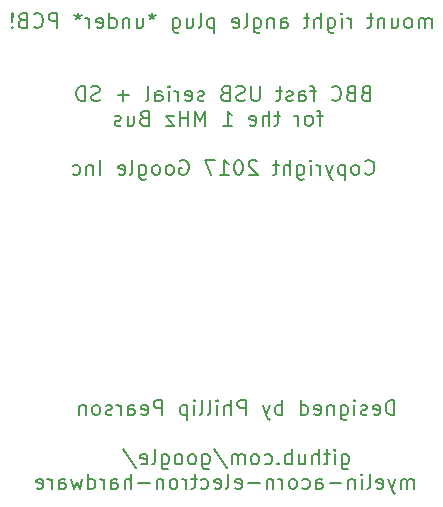
<source format=gbo>
G04 #@! TF.FileFunction,Legend,Bot*
%FSLAX46Y46*%
G04 Gerber Fmt 4.6, Leading zero omitted, Abs format (unit mm)*
G04 Created by KiCad (PCBNEW 4.0.6) date Saturday, October 28, 2017 'PMt' 05:19:06 PM*
%MOMM*%
%LPD*%
G01*
G04 APERTURE LIST*
%ADD10C,0.100000*%
%ADD11C,0.177800*%
G04 APERTURE END LIST*
D10*
D11*
X87844523Y-47035086D02*
X87663094Y-47095562D01*
X87602618Y-47156038D01*
X87542142Y-47276990D01*
X87542142Y-47458419D01*
X87602618Y-47579371D01*
X87663094Y-47639848D01*
X87784047Y-47700324D01*
X88267856Y-47700324D01*
X88267856Y-46430324D01*
X87844523Y-46430324D01*
X87723570Y-46490800D01*
X87663094Y-46551276D01*
X87602618Y-46672229D01*
X87602618Y-46793181D01*
X87663094Y-46914133D01*
X87723570Y-46974610D01*
X87844523Y-47035086D01*
X88267856Y-47035086D01*
X86574523Y-47035086D02*
X86393094Y-47095562D01*
X86332618Y-47156038D01*
X86272142Y-47276990D01*
X86272142Y-47458419D01*
X86332618Y-47579371D01*
X86393094Y-47639848D01*
X86514047Y-47700324D01*
X86997856Y-47700324D01*
X86997856Y-46430324D01*
X86574523Y-46430324D01*
X86453570Y-46490800D01*
X86393094Y-46551276D01*
X86332618Y-46672229D01*
X86332618Y-46793181D01*
X86393094Y-46914133D01*
X86453570Y-46974610D01*
X86574523Y-47035086D01*
X86997856Y-47035086D01*
X85002142Y-47579371D02*
X85062618Y-47639848D01*
X85244047Y-47700324D01*
X85364999Y-47700324D01*
X85546427Y-47639848D01*
X85667380Y-47518895D01*
X85727856Y-47397943D01*
X85788332Y-47156038D01*
X85788332Y-46974610D01*
X85727856Y-46732705D01*
X85667380Y-46611752D01*
X85546427Y-46490800D01*
X85364999Y-46430324D01*
X85244047Y-46430324D01*
X85062618Y-46490800D01*
X85002142Y-46551276D01*
X83671666Y-46853657D02*
X83187856Y-46853657D01*
X83490237Y-47700324D02*
X83490237Y-46611752D01*
X83429761Y-46490800D01*
X83308808Y-46430324D01*
X83187856Y-46430324D01*
X82220237Y-47700324D02*
X82220237Y-47035086D01*
X82280714Y-46914133D01*
X82401666Y-46853657D01*
X82643571Y-46853657D01*
X82764523Y-46914133D01*
X82220237Y-47639848D02*
X82341190Y-47700324D01*
X82643571Y-47700324D01*
X82764523Y-47639848D01*
X82824999Y-47518895D01*
X82824999Y-47397943D01*
X82764523Y-47276990D01*
X82643571Y-47216514D01*
X82341190Y-47216514D01*
X82220237Y-47156038D01*
X81675951Y-47639848D02*
X81554999Y-47700324D01*
X81313094Y-47700324D01*
X81192142Y-47639848D01*
X81131666Y-47518895D01*
X81131666Y-47458419D01*
X81192142Y-47337467D01*
X81313094Y-47276990D01*
X81494523Y-47276990D01*
X81615475Y-47216514D01*
X81675951Y-47095562D01*
X81675951Y-47035086D01*
X81615475Y-46914133D01*
X81494523Y-46853657D01*
X81313094Y-46853657D01*
X81192142Y-46914133D01*
X80768809Y-46853657D02*
X80284999Y-46853657D01*
X80587380Y-46430324D02*
X80587380Y-47518895D01*
X80526904Y-47639848D01*
X80405951Y-47700324D01*
X80284999Y-47700324D01*
X78894047Y-46430324D02*
X78894047Y-47458419D01*
X78833571Y-47579371D01*
X78773095Y-47639848D01*
X78652142Y-47700324D01*
X78410238Y-47700324D01*
X78289285Y-47639848D01*
X78228809Y-47579371D01*
X78168333Y-47458419D01*
X78168333Y-46430324D01*
X77624047Y-47639848D02*
X77442619Y-47700324D01*
X77140238Y-47700324D01*
X77019285Y-47639848D01*
X76958809Y-47579371D01*
X76898333Y-47458419D01*
X76898333Y-47337467D01*
X76958809Y-47216514D01*
X77019285Y-47156038D01*
X77140238Y-47095562D01*
X77382142Y-47035086D01*
X77503095Y-46974610D01*
X77563571Y-46914133D01*
X77624047Y-46793181D01*
X77624047Y-46672229D01*
X77563571Y-46551276D01*
X77503095Y-46490800D01*
X77382142Y-46430324D01*
X77079762Y-46430324D01*
X76898333Y-46490800D01*
X75930714Y-47035086D02*
X75749285Y-47095562D01*
X75688809Y-47156038D01*
X75628333Y-47276990D01*
X75628333Y-47458419D01*
X75688809Y-47579371D01*
X75749285Y-47639848D01*
X75870238Y-47700324D01*
X76354047Y-47700324D01*
X76354047Y-46430324D01*
X75930714Y-46430324D01*
X75809761Y-46490800D01*
X75749285Y-46551276D01*
X75688809Y-46672229D01*
X75688809Y-46793181D01*
X75749285Y-46914133D01*
X75809761Y-46974610D01*
X75930714Y-47035086D01*
X76354047Y-47035086D01*
X74176904Y-47639848D02*
X74055952Y-47700324D01*
X73814047Y-47700324D01*
X73693095Y-47639848D01*
X73632619Y-47518895D01*
X73632619Y-47458419D01*
X73693095Y-47337467D01*
X73814047Y-47276990D01*
X73995476Y-47276990D01*
X74116428Y-47216514D01*
X74176904Y-47095562D01*
X74176904Y-47035086D01*
X74116428Y-46914133D01*
X73995476Y-46853657D01*
X73814047Y-46853657D01*
X73693095Y-46914133D01*
X72604524Y-47639848D02*
X72725476Y-47700324D01*
X72967381Y-47700324D01*
X73088333Y-47639848D01*
X73148809Y-47518895D01*
X73148809Y-47035086D01*
X73088333Y-46914133D01*
X72967381Y-46853657D01*
X72725476Y-46853657D01*
X72604524Y-46914133D01*
X72544047Y-47035086D01*
X72544047Y-47156038D01*
X73148809Y-47276990D01*
X71999762Y-47700324D02*
X71999762Y-46853657D01*
X71999762Y-47095562D02*
X71939286Y-46974610D01*
X71878810Y-46914133D01*
X71757857Y-46853657D01*
X71636905Y-46853657D01*
X71213572Y-47700324D02*
X71213572Y-46853657D01*
X71213572Y-46430324D02*
X71274048Y-46490800D01*
X71213572Y-46551276D01*
X71153096Y-46490800D01*
X71213572Y-46430324D01*
X71213572Y-46551276D01*
X70064524Y-47700324D02*
X70064524Y-47035086D01*
X70125001Y-46914133D01*
X70245953Y-46853657D01*
X70487858Y-46853657D01*
X70608810Y-46914133D01*
X70064524Y-47639848D02*
X70185477Y-47700324D01*
X70487858Y-47700324D01*
X70608810Y-47639848D01*
X70669286Y-47518895D01*
X70669286Y-47397943D01*
X70608810Y-47276990D01*
X70487858Y-47216514D01*
X70185477Y-47216514D01*
X70064524Y-47156038D01*
X69278333Y-47700324D02*
X69399286Y-47639848D01*
X69459762Y-47518895D01*
X69459762Y-46430324D01*
X67826905Y-47216514D02*
X66859286Y-47216514D01*
X67343096Y-47700324D02*
X67343096Y-46732705D01*
X65347381Y-47639848D02*
X65165953Y-47700324D01*
X64863572Y-47700324D01*
X64742619Y-47639848D01*
X64682143Y-47579371D01*
X64621667Y-47458419D01*
X64621667Y-47337467D01*
X64682143Y-47216514D01*
X64742619Y-47156038D01*
X64863572Y-47095562D01*
X65105476Y-47035086D01*
X65226429Y-46974610D01*
X65286905Y-46914133D01*
X65347381Y-46793181D01*
X65347381Y-46672229D01*
X65286905Y-46551276D01*
X65226429Y-46490800D01*
X65105476Y-46430324D01*
X64803096Y-46430324D01*
X64621667Y-46490800D01*
X64077381Y-47700324D02*
X64077381Y-46430324D01*
X63775000Y-46430324D01*
X63593572Y-46490800D01*
X63472619Y-46611752D01*
X63412143Y-46732705D01*
X63351667Y-46974610D01*
X63351667Y-47156038D01*
X63412143Y-47397943D01*
X63472619Y-47518895D01*
X63593572Y-47639848D01*
X63775000Y-47700324D01*
X64077381Y-47700324D01*
X84215952Y-48936457D02*
X83732142Y-48936457D01*
X84034523Y-49783124D02*
X84034523Y-48694552D01*
X83974047Y-48573600D01*
X83853094Y-48513124D01*
X83732142Y-48513124D01*
X83127380Y-49783124D02*
X83248333Y-49722648D01*
X83308809Y-49662171D01*
X83369285Y-49541219D01*
X83369285Y-49178362D01*
X83308809Y-49057410D01*
X83248333Y-48996933D01*
X83127380Y-48936457D01*
X82945952Y-48936457D01*
X82825000Y-48996933D01*
X82764523Y-49057410D01*
X82704047Y-49178362D01*
X82704047Y-49541219D01*
X82764523Y-49662171D01*
X82825000Y-49722648D01*
X82945952Y-49783124D01*
X83127380Y-49783124D01*
X82159761Y-49783124D02*
X82159761Y-48936457D01*
X82159761Y-49178362D02*
X82099285Y-49057410D01*
X82038809Y-48996933D01*
X81917856Y-48936457D01*
X81796904Y-48936457D01*
X80587381Y-48936457D02*
X80103571Y-48936457D01*
X80405952Y-48513124D02*
X80405952Y-49601695D01*
X80345476Y-49722648D01*
X80224523Y-49783124D01*
X80103571Y-49783124D01*
X79680238Y-49783124D02*
X79680238Y-48513124D01*
X79135952Y-49783124D02*
X79135952Y-49117886D01*
X79196429Y-48996933D01*
X79317381Y-48936457D01*
X79498809Y-48936457D01*
X79619762Y-48996933D01*
X79680238Y-49057410D01*
X78047381Y-49722648D02*
X78168333Y-49783124D01*
X78410238Y-49783124D01*
X78531190Y-49722648D01*
X78591666Y-49601695D01*
X78591666Y-49117886D01*
X78531190Y-48996933D01*
X78410238Y-48936457D01*
X78168333Y-48936457D01*
X78047381Y-48996933D01*
X77986904Y-49117886D01*
X77986904Y-49238838D01*
X78591666Y-49359790D01*
X75809762Y-49783124D02*
X76535476Y-49783124D01*
X76172619Y-49783124D02*
X76172619Y-48513124D01*
X76293571Y-48694552D01*
X76414524Y-48815505D01*
X76535476Y-48875981D01*
X74297857Y-49783124D02*
X74297857Y-48513124D01*
X73874524Y-49420267D01*
X73451190Y-48513124D01*
X73451190Y-49783124D01*
X72846428Y-49783124D02*
X72846428Y-48513124D01*
X72846428Y-49117886D02*
X72120714Y-49117886D01*
X72120714Y-49783124D02*
X72120714Y-48513124D01*
X71636904Y-48936457D02*
X70971666Y-48936457D01*
X71636904Y-49783124D01*
X70971666Y-49783124D01*
X69096905Y-49117886D02*
X68915476Y-49178362D01*
X68855000Y-49238838D01*
X68794524Y-49359790D01*
X68794524Y-49541219D01*
X68855000Y-49662171D01*
X68915476Y-49722648D01*
X69036429Y-49783124D01*
X69520238Y-49783124D01*
X69520238Y-48513124D01*
X69096905Y-48513124D01*
X68975952Y-48573600D01*
X68915476Y-48634076D01*
X68855000Y-48755029D01*
X68855000Y-48875981D01*
X68915476Y-48996933D01*
X68975952Y-49057410D01*
X69096905Y-49117886D01*
X69520238Y-49117886D01*
X67705952Y-48936457D02*
X67705952Y-49783124D01*
X68250238Y-48936457D02*
X68250238Y-49601695D01*
X68189762Y-49722648D01*
X68068809Y-49783124D01*
X67887381Y-49783124D01*
X67766429Y-49722648D01*
X67705952Y-49662171D01*
X67161666Y-49722648D02*
X67040714Y-49783124D01*
X66798809Y-49783124D01*
X66677857Y-49722648D01*
X66617381Y-49601695D01*
X66617381Y-49541219D01*
X66677857Y-49420267D01*
X66798809Y-49359790D01*
X66980238Y-49359790D01*
X67101190Y-49299314D01*
X67161666Y-49178362D01*
X67161666Y-49117886D01*
X67101190Y-48996933D01*
X66980238Y-48936457D01*
X66798809Y-48936457D01*
X66677857Y-48996933D01*
X87814287Y-53827771D02*
X87874763Y-53888248D01*
X88056192Y-53948724D01*
X88177144Y-53948724D01*
X88358572Y-53888248D01*
X88479525Y-53767295D01*
X88540001Y-53646343D01*
X88600477Y-53404438D01*
X88600477Y-53223010D01*
X88540001Y-52981105D01*
X88479525Y-52860152D01*
X88358572Y-52739200D01*
X88177144Y-52678724D01*
X88056192Y-52678724D01*
X87874763Y-52739200D01*
X87814287Y-52799676D01*
X87088572Y-53948724D02*
X87209525Y-53888248D01*
X87270001Y-53827771D01*
X87330477Y-53706819D01*
X87330477Y-53343962D01*
X87270001Y-53223010D01*
X87209525Y-53162533D01*
X87088572Y-53102057D01*
X86907144Y-53102057D01*
X86786192Y-53162533D01*
X86725715Y-53223010D01*
X86665239Y-53343962D01*
X86665239Y-53706819D01*
X86725715Y-53827771D01*
X86786192Y-53888248D01*
X86907144Y-53948724D01*
X87088572Y-53948724D01*
X86120953Y-53102057D02*
X86120953Y-54372057D01*
X86120953Y-53162533D02*
X86000001Y-53102057D01*
X85758096Y-53102057D01*
X85637144Y-53162533D01*
X85576667Y-53223010D01*
X85516191Y-53343962D01*
X85516191Y-53706819D01*
X85576667Y-53827771D01*
X85637144Y-53888248D01*
X85758096Y-53948724D01*
X86000001Y-53948724D01*
X86120953Y-53888248D01*
X85092857Y-53102057D02*
X84790476Y-53948724D01*
X84488096Y-53102057D02*
X84790476Y-53948724D01*
X84911429Y-54251105D01*
X84971905Y-54311581D01*
X85092857Y-54372057D01*
X84004286Y-53948724D02*
X84004286Y-53102057D01*
X84004286Y-53343962D02*
X83943810Y-53223010D01*
X83883334Y-53162533D01*
X83762381Y-53102057D01*
X83641429Y-53102057D01*
X83218096Y-53948724D02*
X83218096Y-53102057D01*
X83218096Y-52678724D02*
X83278572Y-52739200D01*
X83218096Y-52799676D01*
X83157620Y-52739200D01*
X83218096Y-52678724D01*
X83218096Y-52799676D01*
X82069048Y-53102057D02*
X82069048Y-54130152D01*
X82129525Y-54251105D01*
X82190001Y-54311581D01*
X82310953Y-54372057D01*
X82492382Y-54372057D01*
X82613334Y-54311581D01*
X82069048Y-53888248D02*
X82190001Y-53948724D01*
X82431905Y-53948724D01*
X82552858Y-53888248D01*
X82613334Y-53827771D01*
X82673810Y-53706819D01*
X82673810Y-53343962D01*
X82613334Y-53223010D01*
X82552858Y-53162533D01*
X82431905Y-53102057D01*
X82190001Y-53102057D01*
X82069048Y-53162533D01*
X81464286Y-53948724D02*
X81464286Y-52678724D01*
X80920000Y-53948724D02*
X80920000Y-53283486D01*
X80980477Y-53162533D01*
X81101429Y-53102057D01*
X81282857Y-53102057D01*
X81403810Y-53162533D01*
X81464286Y-53223010D01*
X80496667Y-53102057D02*
X80012857Y-53102057D01*
X80315238Y-52678724D02*
X80315238Y-53767295D01*
X80254762Y-53888248D01*
X80133809Y-53948724D01*
X80012857Y-53948724D01*
X78682381Y-52799676D02*
X78621905Y-52739200D01*
X78500953Y-52678724D01*
X78198572Y-52678724D01*
X78077619Y-52739200D01*
X78017143Y-52799676D01*
X77956667Y-52920629D01*
X77956667Y-53041581D01*
X78017143Y-53223010D01*
X78742857Y-53948724D01*
X77956667Y-53948724D01*
X77170476Y-52678724D02*
X77049524Y-52678724D01*
X76928572Y-52739200D01*
X76868095Y-52799676D01*
X76807619Y-52920629D01*
X76747143Y-53162533D01*
X76747143Y-53464914D01*
X76807619Y-53706819D01*
X76868095Y-53827771D01*
X76928572Y-53888248D01*
X77049524Y-53948724D01*
X77170476Y-53948724D01*
X77291429Y-53888248D01*
X77351905Y-53827771D01*
X77412381Y-53706819D01*
X77472857Y-53464914D01*
X77472857Y-53162533D01*
X77412381Y-52920629D01*
X77351905Y-52799676D01*
X77291429Y-52739200D01*
X77170476Y-52678724D01*
X75537619Y-53948724D02*
X76263333Y-53948724D01*
X75900476Y-53948724D02*
X75900476Y-52678724D01*
X76021428Y-52860152D01*
X76142381Y-52981105D01*
X76263333Y-53041581D01*
X75114285Y-52678724D02*
X74267619Y-52678724D01*
X74811904Y-53948724D01*
X72150952Y-52739200D02*
X72271904Y-52678724D01*
X72453333Y-52678724D01*
X72634761Y-52739200D01*
X72755714Y-52860152D01*
X72816190Y-52981105D01*
X72876666Y-53223010D01*
X72876666Y-53404438D01*
X72816190Y-53646343D01*
X72755714Y-53767295D01*
X72634761Y-53888248D01*
X72453333Y-53948724D01*
X72332381Y-53948724D01*
X72150952Y-53888248D01*
X72090476Y-53827771D01*
X72090476Y-53404438D01*
X72332381Y-53404438D01*
X71364761Y-53948724D02*
X71485714Y-53888248D01*
X71546190Y-53827771D01*
X71606666Y-53706819D01*
X71606666Y-53343962D01*
X71546190Y-53223010D01*
X71485714Y-53162533D01*
X71364761Y-53102057D01*
X71183333Y-53102057D01*
X71062381Y-53162533D01*
X71001904Y-53223010D01*
X70941428Y-53343962D01*
X70941428Y-53706819D01*
X71001904Y-53827771D01*
X71062381Y-53888248D01*
X71183333Y-53948724D01*
X71364761Y-53948724D01*
X70215713Y-53948724D02*
X70336666Y-53888248D01*
X70397142Y-53827771D01*
X70457618Y-53706819D01*
X70457618Y-53343962D01*
X70397142Y-53223010D01*
X70336666Y-53162533D01*
X70215713Y-53102057D01*
X70034285Y-53102057D01*
X69913333Y-53162533D01*
X69852856Y-53223010D01*
X69792380Y-53343962D01*
X69792380Y-53706819D01*
X69852856Y-53827771D01*
X69913333Y-53888248D01*
X70034285Y-53948724D01*
X70215713Y-53948724D01*
X68703808Y-53102057D02*
X68703808Y-54130152D01*
X68764285Y-54251105D01*
X68824761Y-54311581D01*
X68945713Y-54372057D01*
X69127142Y-54372057D01*
X69248094Y-54311581D01*
X68703808Y-53888248D02*
X68824761Y-53948724D01*
X69066665Y-53948724D01*
X69187618Y-53888248D01*
X69248094Y-53827771D01*
X69308570Y-53706819D01*
X69308570Y-53343962D01*
X69248094Y-53223010D01*
X69187618Y-53162533D01*
X69066665Y-53102057D01*
X68824761Y-53102057D01*
X68703808Y-53162533D01*
X67917617Y-53948724D02*
X68038570Y-53888248D01*
X68099046Y-53767295D01*
X68099046Y-52678724D01*
X66949999Y-53888248D02*
X67070951Y-53948724D01*
X67312856Y-53948724D01*
X67433808Y-53888248D01*
X67494284Y-53767295D01*
X67494284Y-53283486D01*
X67433808Y-53162533D01*
X67312856Y-53102057D01*
X67070951Y-53102057D01*
X66949999Y-53162533D01*
X66889522Y-53283486D01*
X66889522Y-53404438D01*
X67494284Y-53525390D01*
X65377618Y-53948724D02*
X65377618Y-52678724D01*
X64772856Y-53102057D02*
X64772856Y-53948724D01*
X64772856Y-53223010D02*
X64712380Y-53162533D01*
X64591427Y-53102057D01*
X64409999Y-53102057D01*
X64289047Y-53162533D01*
X64228570Y-53283486D01*
X64228570Y-53948724D01*
X63079522Y-53888248D02*
X63200475Y-53948724D01*
X63442379Y-53948724D01*
X63563332Y-53888248D01*
X63623808Y-53827771D01*
X63684284Y-53706819D01*
X63684284Y-53343962D01*
X63623808Y-53223010D01*
X63563332Y-53162533D01*
X63442379Y-53102057D01*
X63200475Y-53102057D01*
X63079522Y-53162533D01*
X90285000Y-74290324D02*
X90285000Y-73020324D01*
X89982619Y-73020324D01*
X89801191Y-73080800D01*
X89680238Y-73201752D01*
X89619762Y-73322705D01*
X89559286Y-73564610D01*
X89559286Y-73746038D01*
X89619762Y-73987943D01*
X89680238Y-74108895D01*
X89801191Y-74229848D01*
X89982619Y-74290324D01*
X90285000Y-74290324D01*
X88531191Y-74229848D02*
X88652143Y-74290324D01*
X88894048Y-74290324D01*
X89015000Y-74229848D01*
X89075476Y-74108895D01*
X89075476Y-73625086D01*
X89015000Y-73504133D01*
X88894048Y-73443657D01*
X88652143Y-73443657D01*
X88531191Y-73504133D01*
X88470714Y-73625086D01*
X88470714Y-73746038D01*
X89075476Y-73866990D01*
X87986905Y-74229848D02*
X87865953Y-74290324D01*
X87624048Y-74290324D01*
X87503096Y-74229848D01*
X87442620Y-74108895D01*
X87442620Y-74048419D01*
X87503096Y-73927467D01*
X87624048Y-73866990D01*
X87805477Y-73866990D01*
X87926429Y-73806514D01*
X87986905Y-73685562D01*
X87986905Y-73625086D01*
X87926429Y-73504133D01*
X87805477Y-73443657D01*
X87624048Y-73443657D01*
X87503096Y-73504133D01*
X86898334Y-74290324D02*
X86898334Y-73443657D01*
X86898334Y-73020324D02*
X86958810Y-73080800D01*
X86898334Y-73141276D01*
X86837858Y-73080800D01*
X86898334Y-73020324D01*
X86898334Y-73141276D01*
X85749286Y-73443657D02*
X85749286Y-74471752D01*
X85809763Y-74592705D01*
X85870239Y-74653181D01*
X85991191Y-74713657D01*
X86172620Y-74713657D01*
X86293572Y-74653181D01*
X85749286Y-74229848D02*
X85870239Y-74290324D01*
X86112143Y-74290324D01*
X86233096Y-74229848D01*
X86293572Y-74169371D01*
X86354048Y-74048419D01*
X86354048Y-73685562D01*
X86293572Y-73564610D01*
X86233096Y-73504133D01*
X86112143Y-73443657D01*
X85870239Y-73443657D01*
X85749286Y-73504133D01*
X85144524Y-73443657D02*
X85144524Y-74290324D01*
X85144524Y-73564610D02*
X85084048Y-73504133D01*
X84963095Y-73443657D01*
X84781667Y-73443657D01*
X84660715Y-73504133D01*
X84600238Y-73625086D01*
X84600238Y-74290324D01*
X83511667Y-74229848D02*
X83632619Y-74290324D01*
X83874524Y-74290324D01*
X83995476Y-74229848D01*
X84055952Y-74108895D01*
X84055952Y-73625086D01*
X83995476Y-73504133D01*
X83874524Y-73443657D01*
X83632619Y-73443657D01*
X83511667Y-73504133D01*
X83451190Y-73625086D01*
X83451190Y-73746038D01*
X84055952Y-73866990D01*
X82362619Y-74290324D02*
X82362619Y-73020324D01*
X82362619Y-74229848D02*
X82483572Y-74290324D01*
X82725476Y-74290324D01*
X82846429Y-74229848D01*
X82906905Y-74169371D01*
X82967381Y-74048419D01*
X82967381Y-73685562D01*
X82906905Y-73564610D01*
X82846429Y-73504133D01*
X82725476Y-73443657D01*
X82483572Y-73443657D01*
X82362619Y-73504133D01*
X80790238Y-74290324D02*
X80790238Y-73020324D01*
X80790238Y-73504133D02*
X80669286Y-73443657D01*
X80427381Y-73443657D01*
X80306429Y-73504133D01*
X80245952Y-73564610D01*
X80185476Y-73685562D01*
X80185476Y-74048419D01*
X80245952Y-74169371D01*
X80306429Y-74229848D01*
X80427381Y-74290324D01*
X80669286Y-74290324D01*
X80790238Y-74229848D01*
X79762142Y-73443657D02*
X79459761Y-74290324D01*
X79157381Y-73443657D02*
X79459761Y-74290324D01*
X79580714Y-74592705D01*
X79641190Y-74653181D01*
X79762142Y-74713657D01*
X77705952Y-74290324D02*
X77705952Y-73020324D01*
X77222143Y-73020324D01*
X77101190Y-73080800D01*
X77040714Y-73141276D01*
X76980238Y-73262229D01*
X76980238Y-73443657D01*
X77040714Y-73564610D01*
X77101190Y-73625086D01*
X77222143Y-73685562D01*
X77705952Y-73685562D01*
X76435952Y-74290324D02*
X76435952Y-73020324D01*
X75891666Y-74290324D02*
X75891666Y-73625086D01*
X75952143Y-73504133D01*
X76073095Y-73443657D01*
X76254523Y-73443657D01*
X76375476Y-73504133D01*
X76435952Y-73564610D01*
X75286904Y-74290324D02*
X75286904Y-73443657D01*
X75286904Y-73020324D02*
X75347380Y-73080800D01*
X75286904Y-73141276D01*
X75226428Y-73080800D01*
X75286904Y-73020324D01*
X75286904Y-73141276D01*
X74500713Y-74290324D02*
X74621666Y-74229848D01*
X74682142Y-74108895D01*
X74682142Y-73020324D01*
X73835475Y-74290324D02*
X73956428Y-74229848D01*
X74016904Y-74108895D01*
X74016904Y-73020324D01*
X73351666Y-74290324D02*
X73351666Y-73443657D01*
X73351666Y-73020324D02*
X73412142Y-73080800D01*
X73351666Y-73141276D01*
X73291190Y-73080800D01*
X73351666Y-73020324D01*
X73351666Y-73141276D01*
X72746904Y-73443657D02*
X72746904Y-74713657D01*
X72746904Y-73504133D02*
X72625952Y-73443657D01*
X72384047Y-73443657D01*
X72263095Y-73504133D01*
X72202618Y-73564610D01*
X72142142Y-73685562D01*
X72142142Y-74048419D01*
X72202618Y-74169371D01*
X72263095Y-74229848D01*
X72384047Y-74290324D01*
X72625952Y-74290324D01*
X72746904Y-74229848D01*
X70630237Y-74290324D02*
X70630237Y-73020324D01*
X70146428Y-73020324D01*
X70025475Y-73080800D01*
X69964999Y-73141276D01*
X69904523Y-73262229D01*
X69904523Y-73443657D01*
X69964999Y-73564610D01*
X70025475Y-73625086D01*
X70146428Y-73685562D01*
X70630237Y-73685562D01*
X68876428Y-74229848D02*
X68997380Y-74290324D01*
X69239285Y-74290324D01*
X69360237Y-74229848D01*
X69420713Y-74108895D01*
X69420713Y-73625086D01*
X69360237Y-73504133D01*
X69239285Y-73443657D01*
X68997380Y-73443657D01*
X68876428Y-73504133D01*
X68815951Y-73625086D01*
X68815951Y-73746038D01*
X69420713Y-73866990D01*
X67727380Y-74290324D02*
X67727380Y-73625086D01*
X67787857Y-73504133D01*
X67908809Y-73443657D01*
X68150714Y-73443657D01*
X68271666Y-73504133D01*
X67727380Y-74229848D02*
X67848333Y-74290324D01*
X68150714Y-74290324D01*
X68271666Y-74229848D01*
X68332142Y-74108895D01*
X68332142Y-73987943D01*
X68271666Y-73866990D01*
X68150714Y-73806514D01*
X67848333Y-73806514D01*
X67727380Y-73746038D01*
X67122618Y-74290324D02*
X67122618Y-73443657D01*
X67122618Y-73685562D02*
X67062142Y-73564610D01*
X67001666Y-73504133D01*
X66880713Y-73443657D01*
X66759761Y-73443657D01*
X66396904Y-74229848D02*
X66275952Y-74290324D01*
X66034047Y-74290324D01*
X65913095Y-74229848D01*
X65852619Y-74108895D01*
X65852619Y-74048419D01*
X65913095Y-73927467D01*
X66034047Y-73866990D01*
X66215476Y-73866990D01*
X66336428Y-73806514D01*
X66396904Y-73685562D01*
X66396904Y-73625086D01*
X66336428Y-73504133D01*
X66215476Y-73443657D01*
X66034047Y-73443657D01*
X65913095Y-73504133D01*
X65126904Y-74290324D02*
X65247857Y-74229848D01*
X65308333Y-74169371D01*
X65368809Y-74048419D01*
X65368809Y-73685562D01*
X65308333Y-73564610D01*
X65247857Y-73504133D01*
X65126904Y-73443657D01*
X64945476Y-73443657D01*
X64824524Y-73504133D01*
X64764047Y-73564610D01*
X64703571Y-73685562D01*
X64703571Y-74048419D01*
X64764047Y-74169371D01*
X64824524Y-74229848D01*
X64945476Y-74290324D01*
X65126904Y-74290324D01*
X64159285Y-73443657D02*
X64159285Y-74290324D01*
X64159285Y-73564610D02*
X64098809Y-73504133D01*
X63977856Y-73443657D01*
X63796428Y-73443657D01*
X63675476Y-73504133D01*
X63614999Y-73625086D01*
X63614999Y-74290324D01*
X85840000Y-77609257D02*
X85840000Y-78637352D01*
X85900477Y-78758305D01*
X85960953Y-78818781D01*
X86081905Y-78879257D01*
X86263334Y-78879257D01*
X86384286Y-78818781D01*
X85840000Y-78395448D02*
X85960953Y-78455924D01*
X86202857Y-78455924D01*
X86323810Y-78395448D01*
X86384286Y-78334971D01*
X86444762Y-78214019D01*
X86444762Y-77851162D01*
X86384286Y-77730210D01*
X86323810Y-77669733D01*
X86202857Y-77609257D01*
X85960953Y-77609257D01*
X85840000Y-77669733D01*
X85235238Y-78455924D02*
X85235238Y-77609257D01*
X85235238Y-77185924D02*
X85295714Y-77246400D01*
X85235238Y-77306876D01*
X85174762Y-77246400D01*
X85235238Y-77185924D01*
X85235238Y-77306876D01*
X84811905Y-77609257D02*
X84328095Y-77609257D01*
X84630476Y-77185924D02*
X84630476Y-78274495D01*
X84570000Y-78395448D01*
X84449047Y-78455924D01*
X84328095Y-78455924D01*
X83904762Y-78455924D02*
X83904762Y-77185924D01*
X83360476Y-78455924D02*
X83360476Y-77790686D01*
X83420953Y-77669733D01*
X83541905Y-77609257D01*
X83723333Y-77609257D01*
X83844286Y-77669733D01*
X83904762Y-77730210D01*
X82211428Y-77609257D02*
X82211428Y-78455924D01*
X82755714Y-77609257D02*
X82755714Y-78274495D01*
X82695238Y-78395448D01*
X82574285Y-78455924D01*
X82392857Y-78455924D01*
X82271905Y-78395448D01*
X82211428Y-78334971D01*
X81606666Y-78455924D02*
X81606666Y-77185924D01*
X81606666Y-77669733D02*
X81485714Y-77609257D01*
X81243809Y-77609257D01*
X81122857Y-77669733D01*
X81062380Y-77730210D01*
X81001904Y-77851162D01*
X81001904Y-78214019D01*
X81062380Y-78334971D01*
X81122857Y-78395448D01*
X81243809Y-78455924D01*
X81485714Y-78455924D01*
X81606666Y-78395448D01*
X80457618Y-78334971D02*
X80397142Y-78395448D01*
X80457618Y-78455924D01*
X80518094Y-78395448D01*
X80457618Y-78334971D01*
X80457618Y-78455924D01*
X79308570Y-78395448D02*
X79429523Y-78455924D01*
X79671427Y-78455924D01*
X79792380Y-78395448D01*
X79852856Y-78334971D01*
X79913332Y-78214019D01*
X79913332Y-77851162D01*
X79852856Y-77730210D01*
X79792380Y-77669733D01*
X79671427Y-77609257D01*
X79429523Y-77609257D01*
X79308570Y-77669733D01*
X78582856Y-78455924D02*
X78703809Y-78395448D01*
X78764285Y-78334971D01*
X78824761Y-78214019D01*
X78824761Y-77851162D01*
X78764285Y-77730210D01*
X78703809Y-77669733D01*
X78582856Y-77609257D01*
X78401428Y-77609257D01*
X78280476Y-77669733D01*
X78219999Y-77730210D01*
X78159523Y-77851162D01*
X78159523Y-78214019D01*
X78219999Y-78334971D01*
X78280476Y-78395448D01*
X78401428Y-78455924D01*
X78582856Y-78455924D01*
X77615237Y-78455924D02*
X77615237Y-77609257D01*
X77615237Y-77730210D02*
X77554761Y-77669733D01*
X77433808Y-77609257D01*
X77252380Y-77609257D01*
X77131428Y-77669733D01*
X77070951Y-77790686D01*
X77070951Y-78455924D01*
X77070951Y-77790686D02*
X77010475Y-77669733D01*
X76889523Y-77609257D01*
X76708094Y-77609257D01*
X76587142Y-77669733D01*
X76526666Y-77790686D01*
X76526666Y-78455924D01*
X75014761Y-77125448D02*
X76103333Y-78758305D01*
X74047142Y-77609257D02*
X74047142Y-78637352D01*
X74107619Y-78758305D01*
X74168095Y-78818781D01*
X74289047Y-78879257D01*
X74470476Y-78879257D01*
X74591428Y-78818781D01*
X74047142Y-78395448D02*
X74168095Y-78455924D01*
X74409999Y-78455924D01*
X74530952Y-78395448D01*
X74591428Y-78334971D01*
X74651904Y-78214019D01*
X74651904Y-77851162D01*
X74591428Y-77730210D01*
X74530952Y-77669733D01*
X74409999Y-77609257D01*
X74168095Y-77609257D01*
X74047142Y-77669733D01*
X73260951Y-78455924D02*
X73381904Y-78395448D01*
X73442380Y-78334971D01*
X73502856Y-78214019D01*
X73502856Y-77851162D01*
X73442380Y-77730210D01*
X73381904Y-77669733D01*
X73260951Y-77609257D01*
X73079523Y-77609257D01*
X72958571Y-77669733D01*
X72898094Y-77730210D01*
X72837618Y-77851162D01*
X72837618Y-78214019D01*
X72898094Y-78334971D01*
X72958571Y-78395448D01*
X73079523Y-78455924D01*
X73260951Y-78455924D01*
X72111903Y-78455924D02*
X72232856Y-78395448D01*
X72293332Y-78334971D01*
X72353808Y-78214019D01*
X72353808Y-77851162D01*
X72293332Y-77730210D01*
X72232856Y-77669733D01*
X72111903Y-77609257D01*
X71930475Y-77609257D01*
X71809523Y-77669733D01*
X71749046Y-77730210D01*
X71688570Y-77851162D01*
X71688570Y-78214019D01*
X71749046Y-78334971D01*
X71809523Y-78395448D01*
X71930475Y-78455924D01*
X72111903Y-78455924D01*
X70599998Y-77609257D02*
X70599998Y-78637352D01*
X70660475Y-78758305D01*
X70720951Y-78818781D01*
X70841903Y-78879257D01*
X71023332Y-78879257D01*
X71144284Y-78818781D01*
X70599998Y-78395448D02*
X70720951Y-78455924D01*
X70962855Y-78455924D01*
X71083808Y-78395448D01*
X71144284Y-78334971D01*
X71204760Y-78214019D01*
X71204760Y-77851162D01*
X71144284Y-77730210D01*
X71083808Y-77669733D01*
X70962855Y-77609257D01*
X70720951Y-77609257D01*
X70599998Y-77669733D01*
X69813807Y-78455924D02*
X69934760Y-78395448D01*
X69995236Y-78274495D01*
X69995236Y-77185924D01*
X68846189Y-78395448D02*
X68967141Y-78455924D01*
X69209046Y-78455924D01*
X69329998Y-78395448D01*
X69390474Y-78274495D01*
X69390474Y-77790686D01*
X69329998Y-77669733D01*
X69209046Y-77609257D01*
X68967141Y-77609257D01*
X68846189Y-77669733D01*
X68785712Y-77790686D01*
X68785712Y-77911638D01*
X69390474Y-78032590D01*
X67334284Y-77125448D02*
X68422856Y-78758305D01*
X91948094Y-80538724D02*
X91948094Y-79692057D01*
X91948094Y-79813010D02*
X91887618Y-79752533D01*
X91766665Y-79692057D01*
X91585237Y-79692057D01*
X91464285Y-79752533D01*
X91403808Y-79873486D01*
X91403808Y-80538724D01*
X91403808Y-79873486D02*
X91343332Y-79752533D01*
X91222380Y-79692057D01*
X91040951Y-79692057D01*
X90919999Y-79752533D01*
X90859523Y-79873486D01*
X90859523Y-80538724D01*
X90375713Y-79692057D02*
X90073332Y-80538724D01*
X89770952Y-79692057D02*
X90073332Y-80538724D01*
X90194285Y-80841105D01*
X90254761Y-80901581D01*
X90375713Y-80962057D01*
X88803333Y-80478248D02*
X88924285Y-80538724D01*
X89166190Y-80538724D01*
X89287142Y-80478248D01*
X89347618Y-80357295D01*
X89347618Y-79873486D01*
X89287142Y-79752533D01*
X89166190Y-79692057D01*
X88924285Y-79692057D01*
X88803333Y-79752533D01*
X88742856Y-79873486D01*
X88742856Y-79994438D01*
X89347618Y-80115390D01*
X88017142Y-80538724D02*
X88138095Y-80478248D01*
X88198571Y-80357295D01*
X88198571Y-79268724D01*
X87533333Y-80538724D02*
X87533333Y-79692057D01*
X87533333Y-79268724D02*
X87593809Y-79329200D01*
X87533333Y-79389676D01*
X87472857Y-79329200D01*
X87533333Y-79268724D01*
X87533333Y-79389676D01*
X86928571Y-79692057D02*
X86928571Y-80538724D01*
X86928571Y-79813010D02*
X86868095Y-79752533D01*
X86747142Y-79692057D01*
X86565714Y-79692057D01*
X86444762Y-79752533D01*
X86384285Y-79873486D01*
X86384285Y-80538724D01*
X85779523Y-80054914D02*
X84811904Y-80054914D01*
X83662856Y-80538724D02*
X83662856Y-79873486D01*
X83723333Y-79752533D01*
X83844285Y-79692057D01*
X84086190Y-79692057D01*
X84207142Y-79752533D01*
X83662856Y-80478248D02*
X83783809Y-80538724D01*
X84086190Y-80538724D01*
X84207142Y-80478248D01*
X84267618Y-80357295D01*
X84267618Y-80236343D01*
X84207142Y-80115390D01*
X84086190Y-80054914D01*
X83783809Y-80054914D01*
X83662856Y-79994438D01*
X82513808Y-80478248D02*
X82634761Y-80538724D01*
X82876665Y-80538724D01*
X82997618Y-80478248D01*
X83058094Y-80417771D01*
X83118570Y-80296819D01*
X83118570Y-79933962D01*
X83058094Y-79813010D01*
X82997618Y-79752533D01*
X82876665Y-79692057D01*
X82634761Y-79692057D01*
X82513808Y-79752533D01*
X81788094Y-80538724D02*
X81909047Y-80478248D01*
X81969523Y-80417771D01*
X82029999Y-80296819D01*
X82029999Y-79933962D01*
X81969523Y-79813010D01*
X81909047Y-79752533D01*
X81788094Y-79692057D01*
X81606666Y-79692057D01*
X81485714Y-79752533D01*
X81425237Y-79813010D01*
X81364761Y-79933962D01*
X81364761Y-80296819D01*
X81425237Y-80417771D01*
X81485714Y-80478248D01*
X81606666Y-80538724D01*
X81788094Y-80538724D01*
X80820475Y-80538724D02*
X80820475Y-79692057D01*
X80820475Y-79933962D02*
X80759999Y-79813010D01*
X80699523Y-79752533D01*
X80578570Y-79692057D01*
X80457618Y-79692057D01*
X80034285Y-79692057D02*
X80034285Y-80538724D01*
X80034285Y-79813010D02*
X79973809Y-79752533D01*
X79852856Y-79692057D01*
X79671428Y-79692057D01*
X79550476Y-79752533D01*
X79489999Y-79873486D01*
X79489999Y-80538724D01*
X78885237Y-80054914D02*
X77917618Y-80054914D01*
X76829047Y-80478248D02*
X76949999Y-80538724D01*
X77191904Y-80538724D01*
X77312856Y-80478248D01*
X77373332Y-80357295D01*
X77373332Y-79873486D01*
X77312856Y-79752533D01*
X77191904Y-79692057D01*
X76949999Y-79692057D01*
X76829047Y-79752533D01*
X76768570Y-79873486D01*
X76768570Y-79994438D01*
X77373332Y-80115390D01*
X76042856Y-80538724D02*
X76163809Y-80478248D01*
X76224285Y-80357295D01*
X76224285Y-79268724D01*
X75075238Y-80478248D02*
X75196190Y-80538724D01*
X75438095Y-80538724D01*
X75559047Y-80478248D01*
X75619523Y-80357295D01*
X75619523Y-79873486D01*
X75559047Y-79752533D01*
X75438095Y-79692057D01*
X75196190Y-79692057D01*
X75075238Y-79752533D01*
X75014761Y-79873486D01*
X75014761Y-79994438D01*
X75619523Y-80115390D01*
X73926190Y-80478248D02*
X74047143Y-80538724D01*
X74289047Y-80538724D01*
X74410000Y-80478248D01*
X74470476Y-80417771D01*
X74530952Y-80296819D01*
X74530952Y-79933962D01*
X74470476Y-79813010D01*
X74410000Y-79752533D01*
X74289047Y-79692057D01*
X74047143Y-79692057D01*
X73926190Y-79752533D01*
X73563334Y-79692057D02*
X73079524Y-79692057D01*
X73381905Y-79268724D02*
X73381905Y-80357295D01*
X73321429Y-80478248D01*
X73200476Y-80538724D01*
X73079524Y-80538724D01*
X72656191Y-80538724D02*
X72656191Y-79692057D01*
X72656191Y-79933962D02*
X72595715Y-79813010D01*
X72535239Y-79752533D01*
X72414286Y-79692057D01*
X72293334Y-79692057D01*
X71688572Y-80538724D02*
X71809525Y-80478248D01*
X71870001Y-80417771D01*
X71930477Y-80296819D01*
X71930477Y-79933962D01*
X71870001Y-79813010D01*
X71809525Y-79752533D01*
X71688572Y-79692057D01*
X71507144Y-79692057D01*
X71386192Y-79752533D01*
X71325715Y-79813010D01*
X71265239Y-79933962D01*
X71265239Y-80296819D01*
X71325715Y-80417771D01*
X71386192Y-80478248D01*
X71507144Y-80538724D01*
X71688572Y-80538724D01*
X70720953Y-79692057D02*
X70720953Y-80538724D01*
X70720953Y-79813010D02*
X70660477Y-79752533D01*
X70539524Y-79692057D01*
X70358096Y-79692057D01*
X70237144Y-79752533D01*
X70176667Y-79873486D01*
X70176667Y-80538724D01*
X69571905Y-80054914D02*
X68604286Y-80054914D01*
X67999524Y-80538724D02*
X67999524Y-79268724D01*
X67455238Y-80538724D02*
X67455238Y-79873486D01*
X67515715Y-79752533D01*
X67636667Y-79692057D01*
X67818095Y-79692057D01*
X67939048Y-79752533D01*
X67999524Y-79813010D01*
X66306190Y-80538724D02*
X66306190Y-79873486D01*
X66366667Y-79752533D01*
X66487619Y-79692057D01*
X66729524Y-79692057D01*
X66850476Y-79752533D01*
X66306190Y-80478248D02*
X66427143Y-80538724D01*
X66729524Y-80538724D01*
X66850476Y-80478248D01*
X66910952Y-80357295D01*
X66910952Y-80236343D01*
X66850476Y-80115390D01*
X66729524Y-80054914D01*
X66427143Y-80054914D01*
X66306190Y-79994438D01*
X65701428Y-80538724D02*
X65701428Y-79692057D01*
X65701428Y-79933962D02*
X65640952Y-79813010D01*
X65580476Y-79752533D01*
X65459523Y-79692057D01*
X65338571Y-79692057D01*
X64370952Y-80538724D02*
X64370952Y-79268724D01*
X64370952Y-80478248D02*
X64491905Y-80538724D01*
X64733809Y-80538724D01*
X64854762Y-80478248D01*
X64915238Y-80417771D01*
X64975714Y-80296819D01*
X64975714Y-79933962D01*
X64915238Y-79813010D01*
X64854762Y-79752533D01*
X64733809Y-79692057D01*
X64491905Y-79692057D01*
X64370952Y-79752533D01*
X63887142Y-79692057D02*
X63645238Y-80538724D01*
X63403333Y-79933962D01*
X63161428Y-80538724D01*
X62919523Y-79692057D01*
X61891428Y-80538724D02*
X61891428Y-79873486D01*
X61951905Y-79752533D01*
X62072857Y-79692057D01*
X62314762Y-79692057D01*
X62435714Y-79752533D01*
X61891428Y-80478248D02*
X62012381Y-80538724D01*
X62314762Y-80538724D01*
X62435714Y-80478248D01*
X62496190Y-80357295D01*
X62496190Y-80236343D01*
X62435714Y-80115390D01*
X62314762Y-80054914D01*
X62012381Y-80054914D01*
X61891428Y-79994438D01*
X61286666Y-80538724D02*
X61286666Y-79692057D01*
X61286666Y-79933962D02*
X61226190Y-79813010D01*
X61165714Y-79752533D01*
X61044761Y-79692057D01*
X60923809Y-79692057D01*
X60016667Y-80478248D02*
X60137619Y-80538724D01*
X60379524Y-80538724D01*
X60500476Y-80478248D01*
X60560952Y-80357295D01*
X60560952Y-79873486D01*
X60500476Y-79752533D01*
X60379524Y-79692057D01*
X60137619Y-79692057D01*
X60016667Y-79752533D01*
X59956190Y-79873486D01*
X59956190Y-79994438D01*
X60560952Y-80115390D01*
X93449763Y-41514524D02*
X93449763Y-40667857D01*
X93449763Y-40788810D02*
X93389287Y-40728333D01*
X93268334Y-40667857D01*
X93086906Y-40667857D01*
X92965954Y-40728333D01*
X92905477Y-40849286D01*
X92905477Y-41514524D01*
X92905477Y-40849286D02*
X92845001Y-40728333D01*
X92724049Y-40667857D01*
X92542620Y-40667857D01*
X92421668Y-40728333D01*
X92361192Y-40849286D01*
X92361192Y-41514524D01*
X91575001Y-41514524D02*
X91695954Y-41454048D01*
X91756430Y-41393571D01*
X91816906Y-41272619D01*
X91816906Y-40909762D01*
X91756430Y-40788810D01*
X91695954Y-40728333D01*
X91575001Y-40667857D01*
X91393573Y-40667857D01*
X91272621Y-40728333D01*
X91212144Y-40788810D01*
X91151668Y-40909762D01*
X91151668Y-41272619D01*
X91212144Y-41393571D01*
X91272621Y-41454048D01*
X91393573Y-41514524D01*
X91575001Y-41514524D01*
X90063096Y-40667857D02*
X90063096Y-41514524D01*
X90607382Y-40667857D02*
X90607382Y-41333095D01*
X90546906Y-41454048D01*
X90425953Y-41514524D01*
X90244525Y-41514524D01*
X90123573Y-41454048D01*
X90063096Y-41393571D01*
X89458334Y-40667857D02*
X89458334Y-41514524D01*
X89458334Y-40788810D02*
X89397858Y-40728333D01*
X89276905Y-40667857D01*
X89095477Y-40667857D01*
X88974525Y-40728333D01*
X88914048Y-40849286D01*
X88914048Y-41514524D01*
X88490715Y-40667857D02*
X88006905Y-40667857D01*
X88309286Y-40244524D02*
X88309286Y-41333095D01*
X88248810Y-41454048D01*
X88127857Y-41514524D01*
X88006905Y-41514524D01*
X86615953Y-41514524D02*
X86615953Y-40667857D01*
X86615953Y-40909762D02*
X86555477Y-40788810D01*
X86495001Y-40728333D01*
X86374048Y-40667857D01*
X86253096Y-40667857D01*
X85829763Y-41514524D02*
X85829763Y-40667857D01*
X85829763Y-40244524D02*
X85890239Y-40305000D01*
X85829763Y-40365476D01*
X85769287Y-40305000D01*
X85829763Y-40244524D01*
X85829763Y-40365476D01*
X84680715Y-40667857D02*
X84680715Y-41695952D01*
X84741192Y-41816905D01*
X84801668Y-41877381D01*
X84922620Y-41937857D01*
X85104049Y-41937857D01*
X85225001Y-41877381D01*
X84680715Y-41454048D02*
X84801668Y-41514524D01*
X85043572Y-41514524D01*
X85164525Y-41454048D01*
X85225001Y-41393571D01*
X85285477Y-41272619D01*
X85285477Y-40909762D01*
X85225001Y-40788810D01*
X85164525Y-40728333D01*
X85043572Y-40667857D01*
X84801668Y-40667857D01*
X84680715Y-40728333D01*
X84075953Y-41514524D02*
X84075953Y-40244524D01*
X83531667Y-41514524D02*
X83531667Y-40849286D01*
X83592144Y-40728333D01*
X83713096Y-40667857D01*
X83894524Y-40667857D01*
X84015477Y-40728333D01*
X84075953Y-40788810D01*
X83108334Y-40667857D02*
X82624524Y-40667857D01*
X82926905Y-40244524D02*
X82926905Y-41333095D01*
X82866429Y-41454048D01*
X82745476Y-41514524D01*
X82624524Y-41514524D01*
X80689286Y-41514524D02*
X80689286Y-40849286D01*
X80749763Y-40728333D01*
X80870715Y-40667857D01*
X81112620Y-40667857D01*
X81233572Y-40728333D01*
X80689286Y-41454048D02*
X80810239Y-41514524D01*
X81112620Y-41514524D01*
X81233572Y-41454048D01*
X81294048Y-41333095D01*
X81294048Y-41212143D01*
X81233572Y-41091190D01*
X81112620Y-41030714D01*
X80810239Y-41030714D01*
X80689286Y-40970238D01*
X80084524Y-40667857D02*
X80084524Y-41514524D01*
X80084524Y-40788810D02*
X80024048Y-40728333D01*
X79903095Y-40667857D01*
X79721667Y-40667857D01*
X79600715Y-40728333D01*
X79540238Y-40849286D01*
X79540238Y-41514524D01*
X78391190Y-40667857D02*
X78391190Y-41695952D01*
X78451667Y-41816905D01*
X78512143Y-41877381D01*
X78633095Y-41937857D01*
X78814524Y-41937857D01*
X78935476Y-41877381D01*
X78391190Y-41454048D02*
X78512143Y-41514524D01*
X78754047Y-41514524D01*
X78875000Y-41454048D01*
X78935476Y-41393571D01*
X78995952Y-41272619D01*
X78995952Y-40909762D01*
X78935476Y-40788810D01*
X78875000Y-40728333D01*
X78754047Y-40667857D01*
X78512143Y-40667857D01*
X78391190Y-40728333D01*
X77604999Y-41514524D02*
X77725952Y-41454048D01*
X77786428Y-41333095D01*
X77786428Y-40244524D01*
X76637381Y-41454048D02*
X76758333Y-41514524D01*
X77000238Y-41514524D01*
X77121190Y-41454048D01*
X77181666Y-41333095D01*
X77181666Y-40849286D01*
X77121190Y-40728333D01*
X77000238Y-40667857D01*
X76758333Y-40667857D01*
X76637381Y-40728333D01*
X76576904Y-40849286D01*
X76576904Y-40970238D01*
X77181666Y-41091190D01*
X75065000Y-40667857D02*
X75065000Y-41937857D01*
X75065000Y-40728333D02*
X74944048Y-40667857D01*
X74702143Y-40667857D01*
X74581191Y-40728333D01*
X74520714Y-40788810D01*
X74460238Y-40909762D01*
X74460238Y-41272619D01*
X74520714Y-41393571D01*
X74581191Y-41454048D01*
X74702143Y-41514524D01*
X74944048Y-41514524D01*
X75065000Y-41454048D01*
X73734523Y-41514524D02*
X73855476Y-41454048D01*
X73915952Y-41333095D01*
X73915952Y-40244524D01*
X72706428Y-40667857D02*
X72706428Y-41514524D01*
X73250714Y-40667857D02*
X73250714Y-41333095D01*
X73190238Y-41454048D01*
X73069285Y-41514524D01*
X72887857Y-41514524D01*
X72766905Y-41454048D01*
X72706428Y-41393571D01*
X71557380Y-40667857D02*
X71557380Y-41695952D01*
X71617857Y-41816905D01*
X71678333Y-41877381D01*
X71799285Y-41937857D01*
X71980714Y-41937857D01*
X72101666Y-41877381D01*
X71557380Y-41454048D02*
X71678333Y-41514524D01*
X71920237Y-41514524D01*
X72041190Y-41454048D01*
X72101666Y-41393571D01*
X72162142Y-41272619D01*
X72162142Y-40909762D01*
X72101666Y-40788810D01*
X72041190Y-40728333D01*
X71920237Y-40667857D01*
X71678333Y-40667857D01*
X71557380Y-40728333D01*
X69803570Y-40244524D02*
X69803570Y-40546905D01*
X70105951Y-40425952D02*
X69803570Y-40546905D01*
X69501190Y-40425952D01*
X69984999Y-40788810D02*
X69803570Y-40546905D01*
X69622142Y-40788810D01*
X68473094Y-40667857D02*
X68473094Y-41514524D01*
X69017380Y-40667857D02*
X69017380Y-41333095D01*
X68956904Y-41454048D01*
X68835951Y-41514524D01*
X68654523Y-41514524D01*
X68533571Y-41454048D01*
X68473094Y-41393571D01*
X67868332Y-40667857D02*
X67868332Y-41514524D01*
X67868332Y-40788810D02*
X67807856Y-40728333D01*
X67686903Y-40667857D01*
X67505475Y-40667857D01*
X67384523Y-40728333D01*
X67324046Y-40849286D01*
X67324046Y-41514524D01*
X66174998Y-41514524D02*
X66174998Y-40244524D01*
X66174998Y-41454048D02*
X66295951Y-41514524D01*
X66537855Y-41514524D01*
X66658808Y-41454048D01*
X66719284Y-41393571D01*
X66779760Y-41272619D01*
X66779760Y-40909762D01*
X66719284Y-40788810D01*
X66658808Y-40728333D01*
X66537855Y-40667857D01*
X66295951Y-40667857D01*
X66174998Y-40728333D01*
X65086427Y-41454048D02*
X65207379Y-41514524D01*
X65449284Y-41514524D01*
X65570236Y-41454048D01*
X65630712Y-41333095D01*
X65630712Y-40849286D01*
X65570236Y-40728333D01*
X65449284Y-40667857D01*
X65207379Y-40667857D01*
X65086427Y-40728333D01*
X65025950Y-40849286D01*
X65025950Y-40970238D01*
X65630712Y-41091190D01*
X64481665Y-41514524D02*
X64481665Y-40667857D01*
X64481665Y-40909762D02*
X64421189Y-40788810D01*
X64360713Y-40728333D01*
X64239760Y-40667857D01*
X64118808Y-40667857D01*
X63514046Y-40244524D02*
X63514046Y-40546905D01*
X63816427Y-40425952D02*
X63514046Y-40546905D01*
X63211666Y-40425952D01*
X63695475Y-40788810D02*
X63514046Y-40546905D01*
X63332618Y-40788810D01*
X61760237Y-41514524D02*
X61760237Y-40244524D01*
X61276428Y-40244524D01*
X61155475Y-40305000D01*
X61094999Y-40365476D01*
X61034523Y-40486429D01*
X61034523Y-40667857D01*
X61094999Y-40788810D01*
X61155475Y-40849286D01*
X61276428Y-40909762D01*
X61760237Y-40909762D01*
X59764523Y-41393571D02*
X59824999Y-41454048D01*
X60006428Y-41514524D01*
X60127380Y-41514524D01*
X60308808Y-41454048D01*
X60429761Y-41333095D01*
X60490237Y-41212143D01*
X60550713Y-40970238D01*
X60550713Y-40788810D01*
X60490237Y-40546905D01*
X60429761Y-40425952D01*
X60308808Y-40305000D01*
X60127380Y-40244524D01*
X60006428Y-40244524D01*
X59824999Y-40305000D01*
X59764523Y-40365476D01*
X58796904Y-40849286D02*
X58615475Y-40909762D01*
X58554999Y-40970238D01*
X58494523Y-41091190D01*
X58494523Y-41272619D01*
X58554999Y-41393571D01*
X58615475Y-41454048D01*
X58736428Y-41514524D01*
X59220237Y-41514524D01*
X59220237Y-40244524D01*
X58796904Y-40244524D01*
X58675951Y-40305000D01*
X58615475Y-40365476D01*
X58554999Y-40486429D01*
X58554999Y-40607381D01*
X58615475Y-40728333D01*
X58675951Y-40788810D01*
X58796904Y-40849286D01*
X59220237Y-40849286D01*
X57950237Y-41393571D02*
X57889761Y-41454048D01*
X57950237Y-41514524D01*
X58010713Y-41454048D01*
X57950237Y-41393571D01*
X57950237Y-41514524D01*
X57950237Y-41030714D02*
X58010713Y-40305000D01*
X57950237Y-40244524D01*
X57889761Y-40305000D01*
X57950237Y-41030714D01*
X57950237Y-40244524D01*
M02*

</source>
